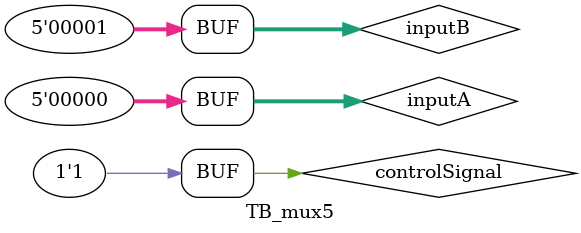
<source format=v>
`timescale 1ns / 1ps


module TB_mux5;

	// Inputs
	reg [4:0] inputA;
	reg [4:0] inputB;
	reg controlSignal;

	// Outputs
	wire [4:0] outMux;

	// Instantiate the Unit Under Test (UUT)
	mux5 uut (
		.inputA(inputA), 
		.inputB(inputB), 
		.controlSignal(controlSignal), 
		.outMux(outMux)
	);

	initial begin
		// Initialize Inputs
		inputA = 5'b0;
		inputB = 5'b1;
		controlSignal = 0;

		// Wait 100 ns for global reset to finish
		#100;
		inputA = 5'b0;
		inputB = 5'b1;
		controlSignal = 1;
      #100;
		// Add stimulus here

	end
      
endmodule


</source>
